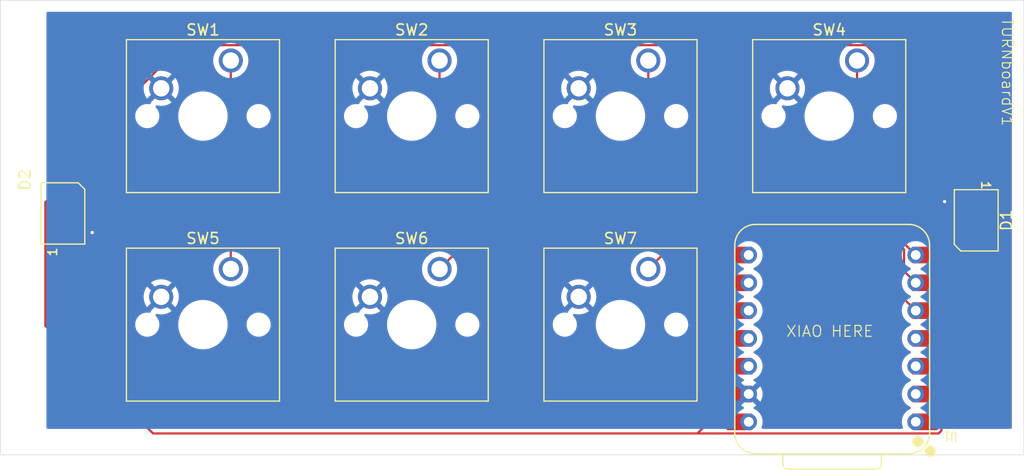
<source format=kicad_pcb>
(kicad_pcb (version 20240108) (generator "pcbnew") (generator_version "8.0")
  (layers (0 "F.Cu" signal) (31 "B.Cu" signal) (34 "B.Paste" user) (35 "F.Paste" user) (36 "B.SilkS" user "B.Silkscreen") (37 "F.SilkS" user "F.Silkscreen") (38 "B.Mask" user) (39 "F.Mask" user) (44 "Edge.Cuts" user))
  (net 0 "")
  (net 1 "Net-(D1-DIN)")
  (net 2 "Net-(D1-DOUT)")
  (net 4 "Net-(U1-GPIO1{slash}RX)")
  (net 5 "GND")
  (net 6 "Net-(U1-GPIO4{slash}MISO)")
  (net 7 "Net-(U1-GPIO2{slash}SCK)")
  (net 8 "Net-(U1-GPIO3{slash}MOSI)")
  (net 10 "+5V")
  (net 14 "Net-(U1-GPIO0{slash}TX)")
  (net 15 "Net-(U1-GPIO7{slash}SCL)")
  (net 16 "Net-(U1-GPIO6{slash}SDA)")
  (footprint "Button_Switch_Keyboard:SW_Cherry_MX_1.00u_PCB" (layer "F.Cu") (at 54.9275 130.65125)
    (property "Reference" "SW6" (at -2.54 -2.794 0) (layer "F.SilkS"))
    (property "Value" "SW_Push")
    (fp_line (start -9.525 -1.905) (end 4.445 -1.905) (stroke (width 0.12)) (layer "F.SilkS"))
    (fp_line (start -9.525 12.065) (end -9.525 -1.905) (stroke (width 0.12)) (layer "F.SilkS"))
    (fp_line (start 4.445 -1.905) (end 4.445 12.065) (stroke (width 0.12)) (layer "F.SilkS"))
    (fp_line (start 4.445 12.065) (end -9.525 12.065) (stroke (width 0.12)) (layer "F.SilkS"))
    (pad "" np_thru_hole circle (at -7.62 5.08) (size 1.7 1.7) (drill 1.7) (layers "*.Cu" "*.Mask"))
    (pad "" np_thru_hole circle (at -2.54 5.08) (size 4 4) (drill 4) (layers "*.Cu" "*.Mask"))
    (pad "" np_thru_hole circle (at 2.54 5.08) (size 1.7 1.7) (drill 1.7) (layers "*.Cu" "*.Mask"))
    (pad "1" thru_hole circle (at 0 0) (size 2.2 2.2) (drill 1.5) (layers "*.Cu" "*.Mask") (net 15 "Net-(U1-GPIO7{slash}SCL)"))
    (pad "2" thru_hole circle (at -6.35 2.54) (size 2.2 2.2) (drill 1.5) (layers "*.Cu" "*.Mask") (net 5 "GND"))
  )
  (footprint "Button_Switch_Keyboard:SW_Cherry_MX_1.00u_PCB" (layer "F.Cu") (at 93.0275 111.60125)
    (property "Reference" "SW4" (at -2.54 -2.794 360) (layer "F.SilkS"))
    (property "Value" "SW_Push")
    (fp_line (start -9.525 -1.905) (end 4.445 -1.905) (stroke (width 0.12)) (layer "F.SilkS"))
    (fp_line (start -9.525 12.065) (end -9.525 -1.905) (stroke (width 0.12)) (layer "F.SilkS"))
    (fp_line (start 4.445 -1.905) (end 4.445 12.065) (stroke (width 0.12)) (layer "F.SilkS"))
    (fp_line (start 4.445 12.065) (end -9.525 12.065) (stroke (width 0.12)) (layer "F.SilkS"))
    (pad "" np_thru_hole circle (at -7.62 5.08) (size 1.7 1.7) (drill 1.7) (layers "*.Cu" "*.Mask"))
    (pad "" np_thru_hole circle (at -2.54 5.08) (size 4 4) (drill 4) (layers "*.Cu" "*.Mask"))
    (pad "" np_thru_hole circle (at 2.54 5.08) (size 1.7 1.7) (drill 1.7) (layers "*.Cu" "*.Mask"))
    (pad "1" thru_hole circle (at 0 0) (size 2.2 2.2) (drill 1.5) (layers "*.Cu" "*.Mask") (net 4 "Net-(U1-GPIO1{slash}RX)"))
    (pad "2" thru_hole circle (at -6.35 2.54) (size 2.2 2.2) (drill 1.5) (layers "*.Cu" "*.Mask") (net 5 "GND"))
  )
  (footprint "Button_Switch_Keyboard:SW_Cherry_MX_1.00u_PCB" (layer "F.Cu") (at 54.9275 111.60125)
    (property "Reference" "SW2" (at -2.54 -2.794 0) (layer "F.SilkS"))
    (property "Value" "SW_Push")
    (fp_line (start -9.525 -1.905) (end 4.445 -1.905) (stroke (width 0.12)) (layer "F.SilkS"))
    (fp_line (start -9.525 12.065) (end -9.525 -1.905) (stroke (width 0.12)) (layer "F.SilkS"))
    (fp_line (start 4.445 -1.905) (end 4.445 12.065) (stroke (width 0.12)) (layer "F.SilkS"))
    (fp_line (start 4.445 12.065) (end -9.525 12.065) (stroke (width 0.12)) (layer "F.SilkS"))
    (pad "" np_thru_hole circle (at -7.62 5.08) (size 1.7 1.7) (drill 1.7) (layers "*.Cu" "*.Mask"))
    (pad "" np_thru_hole circle (at -2.54 5.08) (size 4 4) (drill 4) (layers "*.Cu" "*.Mask"))
    (pad "" np_thru_hole circle (at 2.54 5.08) (size 1.7 1.7) (drill 1.7) (layers "*.Cu" "*.Mask"))
    (pad "1" thru_hole circle (at 0 0) (size 2.2 2.2) (drill 1.5) (layers "*.Cu" "*.Mask") (net 6 "Net-(U1-GPIO4{slash}MISO)"))
    (pad "2" thru_hole circle (at -6.35 2.54) (size 2.2 2.2) (drill 1.5) (layers "*.Cu" "*.Mask") (net 5 "GND"))
  )
  (footprint "Button_Switch_Keyboard:SW_Cherry_MX_1.00u_PCB" (layer "F.Cu") (at 35.8775 111.60125)
    (property "Reference" "SW1" (at -2.54 -2.794 0) (layer "F.SilkS"))
    (property "Value" "SW_Push")
    (fp_line (start -9.525 -1.905) (end 4.445 -1.905) (stroke (width 0.12)) (layer "F.SilkS"))
    (fp_line (start -9.525 12.065) (end -9.525 -1.905) (stroke (width 0.12)) (layer "F.SilkS"))
    (fp_line (start 4.445 -1.905) (end 4.445 12.065) (stroke (width 0.12)) (layer "F.SilkS"))
    (fp_line (start 4.445 12.065) (end -9.525 12.065) (stroke (width 0.12)) (layer "F.SilkS"))
    (pad "" np_thru_hole circle (at -7.62 5.08) (size 1.7 1.7) (drill 1.7) (layers "*.Cu" "*.Mask"))
    (pad "" np_thru_hole circle (at -2.54 5.08) (size 4 4) (drill 4) (layers "*.Cu" "*.Mask"))
    (pad "" np_thru_hole circle (at 2.54 5.08) (size 1.7 1.7) (drill 1.7) (layers "*.Cu" "*.Mask"))
    (pad "1" thru_hole circle (at 0 0) (size 2.2 2.2) (drill 1.5) (layers "*.Cu" "*.Mask") (net 8 "Net-(U1-GPIO3{slash}MOSI)"))
    (pad "2" thru_hole circle (at -6.35 2.54) (size 2.2 2.2) (drill 1.5) (layers "*.Cu" "*.Mask") (net 5 "GND"))
  )
  (footprint "Button_Switch_Keyboard:SW_Cherry_MX_1.00u_PCB" (layer "F.Cu") (at 35.8775 130.65125)
    (property "Reference" "SW5" (at -2.54 -2.794 0) (layer "F.SilkS"))
    (property "Value" "SW_Push")
    (fp_line (start -9.525 -1.905) (end 4.445 -1.905) (stroke (width 0.12)) (layer "F.SilkS"))
    (fp_line (start -9.525 12.065) (end -9.525 -1.905) (stroke (width 0.12)) (layer "F.SilkS"))
    (fp_line (start 4.445 -1.905) (end 4.445 12.065) (stroke (width 0.12)) (layer "F.SilkS"))
    (fp_line (start 4.445 12.065) (end -9.525 12.065) (stroke (width 0.12)) (layer "F.SilkS"))
    (pad "" np_thru_hole circle (at -7.62 5.08) (size 1.7 1.7) (drill 1.7) (layers "*.Cu" "*.Mask"))
    (pad "" np_thru_hole circle (at -2.54 5.08) (size 4 4) (drill 4) (layers "*.Cu" "*.Mask"))
    (pad "" np_thru_hole circle (at 2.54 5.08) (size 1.7 1.7) (drill 1.7) (layers "*.Cu" "*.Mask"))
    (pad "1" thru_hole circle (at 0 0) (size 2.2 2.2) (drill 1.5) (layers "*.Cu" "*.Mask") (net 14 "Net-(U1-GPIO0{slash}TX)"))
    (pad "2" thru_hole circle (at -6.35 2.54) (size 2.2 2.2) (drill 1.5) (layers "*.Cu" "*.Mask") (net 5 "GND"))
  )
  (footprint "LED_SMD:LED_SK6812MINI_PLCC4_3.5x3.5mm_P1.75mm" (layer "F.Cu") (at 20.55625 125.575 90)
    (property "Reference" "D2" (at 3.075 -3.46625 90) (layer "F.SilkS"))
    (property "Value" "SK6812MINI")
    (fp_line (start -2.8 -2) (end 2.8 -2) (stroke (width 0.12)) (layer "F.SilkS"))
    (fp_line (start -2.8 -2) (end -2.8 2) (stroke (width 0.12)) (layer "F.SilkS"))
    (fp_line (start 2.8 1.4) (end 2.8 -2) (stroke (width 0.12)) (layer "F.SilkS"))
    (fp_line (start 2.8 1.4) (end 2.2 2) (stroke (width 0.12)) (layer "F.SilkS"))
    (fp_line (start -2.8 2) (end 2.2 2) (stroke (width 0.12)) (layer "F.SilkS"))
    (fp_text user "1" (at -3.525 -0.93625 90) (layer "F.SilkS") (effects (font (size 0.8 0.8))))
    (pad "1" smd rect (at -1.75 -0.875 90) (size 1.6 0.85) (layers "F.Cu" "F.Paste" "F.Mask"))
    (pad "2" smd rect (at -1.75 0.875 90) (size 1.6 0.85) (layers "F.Cu" "F.Paste" "F.Mask") (net 5 "GND"))
    (pad "3" smd rect (at 1.75 0.875 90) (size 1.6 0.85) (layers "F.Cu" "F.Paste" "F.Mask") (net 2 "Net-(D1-DOUT)"))
    (pad "4" smd rect (at 1.75 -0.875 90) (size 1.6 0.85) (layers "F.Cu" "F.Paste" "F.Mask") (net 10 "+5V"))
  )
  (footprint "Seeed Studio XIAO Series Library:XIAO-RP2040-DIP" (layer "F.Cu") (at 90.76 136.99 180)
    (property "Reference" "U1" (at -10.8 -8.93 180) (layer "F.SilkS") (effects (font (size 0.835144 0.635) (thickness 0.1016))))
    (property "Value" "XIAO-RP2040-DIP" (hide yes))
    (fp_line (start 8.89 8.509) (end 8.89 -8.636) (stroke (width 0.127)) (layer "F.SilkS"))
    (fp_line (start 6.985 -10.541) (end -6.985 -10.541) (stroke (width 0.1)) (layer "F.SilkS"))
    (fp_line (start 6.985 -10.541) (end -6.985 -10.541) (stroke (width 0.127)) (layer "F.SilkS"))
    (fp_line (start 4.504 -11.451) (end 4.504 -10.541) (stroke (width 0.127)) (layer "F.SilkS"))
    (fp_line (start -3.991272 -11.951) (end 4.004 -11.951) (stroke (width 0.127)) (layer "F.SilkS"))
    (fp_line (start -4.495 -10.541) (end -4.491272 -11.451272) (stroke (width 0.127)) (layer "F.SilkS"))
    (fp_line (start -6.985 10.414) (end 6.985 10.414) (stroke (width 0.127)) (layer "F.SilkS"))
    (fp_line (start -8.89 8.509) (end -8.89 -8.636) (stroke (width 0.127)) (layer "F.SilkS"))
    (fp_arc (start 8.89 8.509) (mid 8.332038 9.856038) (end 6.985 10.414) (stroke (width 0.127)) (layer "F.SilkS"))
    (fp_arc (start 6.985 -10.541) (mid 8.332038 -9.983038) (end 8.89 -8.636) (stroke (width 0.127)) (layer "F.SilkS"))
    (fp_arc (start 4.004 -11.951) (mid 4.357553 -11.804553) (end 4.504 -11.451) (stroke (width 0.127)) (layer "F.SilkS"))
    (fp_arc (start -4.491272 -11.451272) (mid -4.344724 -11.804644) (end -3.991272 -11.951) (stroke (width 0.127)) (layer "F.SilkS"))
    (fp_arc (start -6.985 10.414) (mid -8.332038 9.856038) (end -8.89 8.509) (stroke (width 0.127)) (layer "F.SilkS"))
    (fp_arc (start -8.89 -8.636) (mid -8.332038 -9.983038) (end -6.985 -10.541) (stroke (width 0.127)) (layer "F.SilkS"))
    (fp_circle (center -7.807 -9.42) (end -7.807 -9.674) (stroke (width 0.5)) (fill solid) (layer "F.SilkS"))
    (fp_circle (center -8.95 -10.3) (end -8.95 -10.554) (stroke (width 0.5)) (fill solid) (layer "F.SilkS"))
    (pad "1" smd roundrect (at -8.455 -7.62) (size 2.432 1.524) (layers "F.Cu" "F.Mask") (roundrect_rratio 0.1))
    (pad "1" thru_hole circle (at -7.62 -7.62) (size 1.524 1.524) (drill 0.889) (layers "*.Cu" "*.Mask"))
    (pad "2" smd roundrect (at -8.455 -5.08) (size 2.432 1.524) (layers "F.Cu" "F.Mask") (roundrect_rratio 0.1))
    (pad "2" thru_hole circle (at -7.62 -5.08) (size 1.524 1.524) (drill 0.889) (layers "*.Cu" "*.Mask"))
    (pad "3" smd roundrect (at -8.455 -2.54) (size 2.432 1.524) (layers "F.Cu" "F.Mask") (roundrect_rratio 0.1))
    (pad "3" thru_hole circle (at -7.62 -2.54) (size 1.524 1.524) (drill 0.889) (layers "*.Cu" "*.Mask"))
    (pad "4" smd roundrect (at -8.455 0) (size 2.432 1.524) (layers "F.Cu" "F.Mask") (roundrect_rratio 0.1) (net 1 "Net-(D1-DIN)"))
    (pad "4" thru_hole circle (at -7.62 0) (size 1.524 1.524) (drill 0.889) (layers "*.Cu" "*.Mask") (net 1 "Net-(D1-DIN)"))
    (pad "5" smd roundrect (at -8.455 2.54) (size 2.432 1.524) (layers "F.Cu" "F.Mask") (roundrect_rratio 0.1) (net 16 "Net-(U1-GPIO6{slash}SDA)"))
    (pad "5" thru_hole circle (at -7.62 2.54) (size 1.524 1.524) (drill 0.889) (layers "*.Cu" "*.Mask") (net 16 "Net-(U1-GPIO6{slash}SDA)"))
    (pad "6" smd roundrect (at -8.455 5.08) (size 2.432 1.524) (layers "F.Cu" "F.Mask") (roundrect_rratio 0.1) (net 15 "Net-(U1-GPIO7{slash}SCL)"))
    (pad "6" thru_hole circle (at -7.62 5.08) (size 1.524 1.524) (drill 0.889) (layers "*.Cu" "*.Mask") (net 15 "Net-(U1-GPIO7{slash}SCL)"))
    (pad "7" smd roundrect (at -8.455 7.62) (size 2.432 1.524) (layers "F.Cu" "F.Mask") (roundrect_rratio 0.1) (net 14 "Net-(U1-GPIO0{slash}TX)"))
    (pad "7" thru_hole circle (at -7.62 7.62) (size 1.524 1.524) (drill 0.889) (layers "*.Cu" "*.Mask") (net 14 "Net-(U1-GPIO0{slash}TX)"))
    (pad "8" thru_hole circle (at 7.62 7.62 180) (size 1.524 1.524) (drill 0.889) (layers "*.Cu" "*.Mask") (net 4 "Net-(U1-GPIO1{slash}RX)"))
    (pad "8" smd roundrect (at 8.455 7.62 180) (size 2.432 1.524) (layers "F.Cu" "F.Mask") (roundrect_rratio 0.1) (net 4 "Net-(U1-GPIO1{slash}RX)"))
    (pad "9" thru_hole circle (at 7.62 5.08 180) (size 1.524 1.524) (drill 0.889) (layers "*.Cu" "*.Mask") (net 7 "Net-(U1-GPIO2{slash}SCK)"))
    (pad "9" smd roundrect (at 8.455 5.08 180) (size 2.432 1.524) (layers "F.Cu" "F.Mask") (roundrect_rratio 0.1) (net 7 "Net-(U1-GPIO2{slash}SCK)"))
    (pad "10" thru_hole circle (at 7.62 2.54 180) (size 1.524 1.524) (drill 0.889) (layers "*.Cu" "*.Mask") (net 6 "Net-(U1-GPIO4{slash}MISO)"))
    (pad "10" smd roundrect (at 8.455 2.54 180) (size 2.432 1.524) (layers "F.Cu" "F.Mask") (roundrect_rratio 0.1) (net 6 "Net-(U1-GPIO4{slash}MISO)"))
    (pad "11" thru_hole circle (at 7.62 0 180) (size 1.524 1.524) (drill 0.889) (layers "*.Cu" "*.Mask") (net 8 "Net-(U1-GPIO3{slash}MOSI)"))
    (pad "11" smd roundrect (at 8.455 0 180) (size 2.432 1.524) (layers "F.Cu" "F.Mask") (roundrect_rratio 0.1) (net 8 "Net-(U1-GPIO3{slash}MOSI)"))
    (pad "12" thru_hole circle (at 7.62 -2.54 180) (size 1.524 1.524) (drill 0.889) (layers "*.Cu" "*.Mask"))
    (pad "12" smd roundrect (at 8.455 -2.54 180) (size 2.432 1.524) (layers "F.Cu" "F.Mask") (roundrect_rratio 0.1))
    (pad "13" thru_hole circle (at 7.62 -5.08 180) (size 1.524 1.524) (drill 0.889) (layers "*.Cu" "*.Mask") (net 5 "GND"))
    (pad "13" smd roundrect (at 8.455 -5.08 180) (size 2.432 1.524) (layers "F.Cu" "F.Mask") (roundrect_rratio 0.1) (net 5 "GND"))
    (pad "14" thru_hole circle (at 7.62 -7.62 180) (size 1.524 1.524) (drill 0.889) (layers "*.Cu" "*.Mask") (net 10 "+5V"))
    (pad "14" smd roundrect (at 8.455 -7.62 180) (size 2.432 1.524) (layers "F.Cu" "F.Mask") (roundrect_rratio 0.1) (net 10 "+5V"))
  )
  (footprint "LED_SMD:LED_SK6812MINI_PLCC4_3.5x3.5mm_P1.75mm" (layer "F.Cu") (at 103.9 126.20625 -90)
    (property "Reference" "D1" (at 0 -2.75 90) (layer "F.SilkS"))
    (property "Value" "SK6812MINI")
    (fp_line (start -2.8 2) (end 2.2 2) (stroke (width 0.12)) (layer "F.SilkS"))
    (fp_line (start 2.8 1.4) (end 2.2 2) (stroke (width 0.12)) (layer "F.SilkS"))
    (fp_line (start 2.8 1.4) (end 2.8 -2) (stroke (width 0.12)) (layer "F.SilkS"))
    (fp_line (start -2.8 -2) (end -2.8 2) (stroke (width 0.12)) (layer "F.SilkS"))
    (fp_line (start -2.8 -2) (end 2.8 -2) (stroke (width 0.12)) (layer "F.SilkS"))
    (fp_text user "1" (at -3.2 -0.875 -90) (layer "F.SilkS") (effects (font (size 0.8 0.8))))
    (pad "1" smd rect (at -1.75 -0.875 270) (size 1.6 0.85) (layers "F.Cu" "F.Paste" "F.Mask") (net 2 "Net-(D1-DOUT)"))
    (pad "2" smd rect (at -1.75 0.875 270) (size 1.6 0.85) (layers "F.Cu" "F.Paste" "F.Mask") (net 5 "GND"))
    (pad "3" smd rect (at 1.75 0.875 270) (size 1.6 0.85) (layers "F.Cu" "F.Paste" "F.Mask") (net 1 "Net-(D1-DIN)"))
    (pad "4" smd rect (at 1.75 -0.875 270) (size 1.6 0.85) (layers "F.Cu" "F.Paste" "F.Mask") (net 10 "+5V"))
  )
  (footprint "Button_Switch_Keyboard:SW_Cherry_MX_1.00u_PCB" (layer "F.Cu") (at 73.9775 111.60125)
    (property "Reference" "SW3" (at -2.54 -2.794 0) (layer "F.SilkS"))
    (property "Value" "SW_Push")
    (fp_line (start -9.525 -1.905) (end 4.445 -1.905) (stroke (width 0.12)) (layer "F.SilkS"))
    (fp_line (start -9.525 12.065) (end -9.525 -1.905) (stroke (width 0.12)) (layer "F.SilkS"))
    (fp_line (start 4.445 -1.905) (end 4.445 12.065) (stroke (width 0.12)) (layer "F.SilkS"))
    (fp_line (start 4.445 12.065) (end -9.525 12.065) (stroke (width 0.12)) (layer "F.SilkS"))
    (pad "" np_thru_hole circle (at -7.62 5.08) (size 1.7 1.7) (drill 1.7) (layers "*.Cu" "*.Mask"))
    (pad "" np_thru_hole circle (at -2.54 5.08) (size 4 4) (drill 4) (layers "*.Cu" "*.Mask"))
    (pad "" np_thru_hole circle (at 2.54 5.08) (size 1.7 1.7) (drill 1.7) (layers "*.Cu" "*.Mask"))
    (pad "1" thru_hole circle (at 0 0) (size 2.2 2.2) (drill 1.5) (layers "*.Cu" "*.Mask") (net 7 "Net-(U1-GPIO2{slash}SCK)"))
    (pad "2" thru_hole circle (at -6.35 2.54) (size 2.2 2.2) (drill 1.5) (layers "*.Cu" "*.Mask") (net 5 "GND"))
  )
  (footprint "Button_Switch_Keyboard:SW_Cherry_MX_1.00u_PCB" (layer "F.Cu") (at 73.9775 130.65125)
    (property "Reference" "SW7" (at -2.54 -2.794 0) (layer "F.SilkS"))
    (property "Value" "SW_Push")
    (fp_line (start -9.525 -1.905) (end 4.445 -1.905) (stroke (width 0.12)) (layer "F.SilkS"))
    (fp_line (start -9.525 12.065) (end -9.525 -1.905) (stroke (width 0.12)) (layer "F.SilkS"))
    (fp_line (start 4.445 -1.905) (end 4.445 12.065) (stroke (width 0.12)) (layer "F.SilkS"))
    (fp_line (start 4.445 12.065) (end -9.525 12.065) (stroke (width 0.12)) (layer "F.SilkS"))
    (pad "" np_thru_hole circle (at -7.62 5.08) (size 1.7 1.7) (drill 1.7) (layers "*.Cu" "*.Mask"))
    (pad "" np_thru_hole circle (at -2.54 5.08) (size 4 4) (drill 4) (layers "*.Cu" "*.Mask"))
    (pad "" np_thru_hole circle (at 2.54 5.08) (size 1.7 1.7) (drill 1.7) (layers "*.Cu" "*.Mask"))
    (pad "1" thru_hole circle (at 0 0) (size 2.2 2.2) (drill 1.5) (layers "*.Cu" "*.Mask") (net 16 "Net-(U1-GPIO6{slash}SDA)"))
    (pad "2" thru_hole circle (at -6.35 2.54) (size 2.2 2.2) (drill 1.5) (layers "*.Cu" "*.Mask") (net 5 "GND"))
  )
  (gr_rect (start 14.84125 106.1) (end 108.25 147.63) (stroke (width 0.05)) (fill none) (layer "Edge.Cuts"))
  (gr_text "XIAO HERE" (at 86.49 136.93 0) (layer "F.SilkS") (effects (font (size 1 1) (thickness 0.1)) (justify left bottom)))
  (gr_text "TURNboardV1" (at 106.16 107.65 -90) (layer "F.SilkS") (effects (font (size 1 1) (thickness 0.1)) (justify left bottom)))
  (segment (start 103.025 127.95625) (end 103.025 132.957214) (width 0.2) (layer "F.Cu") (net 1))
  (segment (start 98.992214 136.99) (end 98.38 136.99) (width 0.2) (layer "F.Cu") (net 1))
  (segment (start 103.025 132.957214) (end 98.992214 136.99) (width 0.2) (layer "F.Cu") (net 1))
  (segment (start 31.44 110.2) (end 21.44 120.2) (width 0.2) (layer "F.Cu") (net 2))
  (segment (start 104.775 121.105) (end 93.87 110.2) (width 0.2) (layer "F.Cu") (net 2))
  (segment (start 104.775 124.45625) (end 104.775 121.105) (width 0.2) (layer "F.Cu") (net 2))
  (segment (start 93.87 110.2) (end 31.44 110.2) (width 0.2) (layer "F.Cu") (net 2))
  (segment (start 21.44 123.81625) (end 21.43125 123.825) (width 0.2) (layer "F.Cu") (net 2))
  (segment (start 21.44 120.2) (end 21.44 123.81625) (width 0.2) (layer "F.Cu") (net 2))
  (segment (start 25.6125 140.215442) (end 26.297058 140.9) (width 0.2) (layer "F.Cu") (net 4))
  (segment (start 93.0275 111.60125) (end 93.0275 117.464652) (width 0.2) (layer "F.Cu") (net 4))
  (segment (start 93.0275 117.464652) (end 90.229652 120.2625) (width 0.2) (layer "F.Cu") (net 4))
  (segment (start 90.229652 120.2625) (end 26.690808 120.2625) (width 0.2) (layer "F.Cu") (net 4))
  (segment (start 26.297058 140.9) (end 76.697942 140.9) (width 0.2) (layer "F.Cu") (net 4))
  (segment (start 79.989 131.686) (end 82.305 129.37) (width 0.2) (layer "F.Cu") (net 4))
  (segment (start 26.690808 120.2625) (end 25.6125 121.340808) (width 0.2) (layer "F.Cu") (net 4))
  (segment (start 76.697942 140.9) (end 79.989 137.608942) (width 0.2) (layer "F.Cu") (net 4))
  (segment (start 79.989 137.608942) (end 79.989 131.686) (width 0.2) (layer "F.Cu") (net 4))
  (segment (start 25.6125 121.340808) (end 25.6125 140.215442) (width 0.2) (layer "F.Cu") (net 4))
  (segment (start 101.05375 124.45625) (end 103.025 124.45625) (width 0.2) (layer "F.Cu") (net 5))
  (segment (start 23.23 127.32) (end 23.225 127.325) (width 0.2) (layer "F.Cu") (net 5))
  (segment (start 23.225 127.325) (end 21.43125 127.325) (width 0.2) (layer "F.Cu") (net 5))
  (segment (start 101.02 124.49) (end 101.05375 124.45625) (width 0.2) (layer "F.Cu") (net 5))
  (via (at 101.02 124.49) (size 0.6) (drill 0.3) (layers "F.Cu" "B.Cu") (net 5))
  (via (at 23.23 127.32) (size 0.6) (drill 0.3) (layers "F.Cu" "B.Cu") (net 5))
  (segment (start 24.8125 140.546814) (end 25.965686 141.7) (width 0.2) (layer "F.Cu") (net 6))
  (segment (start 25.965686 141.7) (end 77.029314 141.7) (width 0.2) (layer "F.Cu") (net 6))
  (segment (start 54.9275 111.60125) (end 54.9275 117.464652) (width 0.2) (layer "F.Cu") (net 6))
  (segment (start 24.8125 121.009436) (end 24.8125 140.546814) (width 0.2) (layer "F.Cu") (net 6))
  (segment (start 77.029314 141.7) (end 80.789 137.940314) (width 0.2) (layer "F.Cu") (net 6))
  (segment (start 52.929652 119.4625) (end 26.359436 119.4625) (width 0.2) (layer "F.Cu") (net 6))
  (segment (start 26.359436 119.4625) (end 24.8125 121.009436) (width 0.2) (layer "F.Cu") (net 6))
  (segment (start 54.9275 117.464652) (end 52.929652 119.4625) (width 0.2) (layer "F.Cu") (net 6))
  (segment (start 80.789 135.966) (end 82.305 134.45) (width 0.2) (layer "F.Cu") (net 6))
  (segment (start 80.789 137.940314) (end 80.789 135.966) (width 0.2) (layer "F.Cu") (net 6))
  (segment (start 25.2125 140.381128) (end 26.131372 141.3) (width 0.2) (layer "F.Cu") (net 7))
  (segment (start 80.389 133.826) (end 82.305 131.91) (width 0.2) (layer "F.Cu") (net 7))
  (segment (start 76.863628 141.3) (end 80.389 137.774628) (width 0.2) (layer "F.Cu") (net 7))
  (segment (start 73.9775 117.464652) (end 71.579652 119.8625) (width 0.2) (layer "F.Cu") (net 7))
  (segment (start 71.579652 119.8625) (end 26.525122 119.8625) (width 0.2) (layer "F.Cu") (net 7))
  (segment (start 26.525122 119.8625) (end 25.2125 121.175122) (width 0.2) (layer "F.Cu") (net 7))
  (segment (start 73.9775 111.60125) (end 73.9775 117.464652) (width 0.2) (layer "F.Cu") (net 7))
  (segment (start 25.2125 121.175122) (end 25.2125 140.381128) (width 0.2) (layer "F.Cu") (net 7))
  (segment (start 80.389 137.774628) (end 80.389 133.826) (width 0.2) (layer "F.Cu") (net 7))
  (segment (start 26.131372 141.3) (end 76.863628 141.3) (width 0.2) (layer "F.Cu") (net 7))
  (segment (start 24.4125 140.7125) (end 25.8 142.1) (width 0.2) (layer "F.Cu") (net 8))
  (segment (start 34.279652 119.0625) (end 26.19375 119.0625) (width 0.2) (layer "F.Cu") (net 8))
  (segment (start 25.8 142.1) (end 77.195 142.1) (width 0.2) (layer "F.Cu") (net 8))
  (segment (start 24.4125 120.84375) (end 24.4125 140.7125) (width 0.2) (layer "F.Cu") (net 8))
  (segment (start 35.8775 117.464652) (end 34.279652 119.0625) (width 0.2) (layer "F.Cu") (net 8))
  (segment (start 35.8775 111.60125) (end 35.8775 117.464652) (width 0.2) (layer "F.Cu") (net 8))
  (segment (start 77.195 142.1) (end 82.305 136.99) (width 0.2) (layer "F.Cu") (net 8))
  (segment (start 26.19375 119.0625) (end 24.4125 120.84375) (width 0.2) (layer "F.Cu") (net 8))
  (segment (start 103.425 129.30625) (end 103.425 133.1229) (width 0.2) (layer "F.Cu") (net 10))
  (segment (start 18.95625 124.55) (end 19.68125 123.825) (width 0.2) (layer "F.Cu") (net 10))
  (segment (start 81.00875 144.61) (end 83.14 144.61) (width 0.2) (layer "F.Cu") (net 10))
  (segment (start 100.470214 145.672) (end 28.782 145.672) (width 0.2) (layer "F.Cu") (net 10))
  (segment (start 103.425 133.1229) (end 100.731 135.8169) (width 0.2) (layer "F.Cu") (net 10))
  (segment (start 100.731 145.411214) (end 100.470214 145.672) (width 0.2) (layer "F.Cu") (net 10))
  (segment (start 28.782 145.672) (end 18.95625 135.84625) (width 0.2) (layer "F.Cu") (net 10))
  (segment (start 78.46 145.672) (end 79.522 144.61) (width 0.2) (layer "F.Cu") (net 10))
  (segment (start 18.95625 135.84625) (end 18.95625 124.55) (width 0.2) (layer "F.Cu") (net 10))
  (segment (start 100.731 135.8169) (end 100.731 145.411214) (width 0.2) (layer "F.Cu") (net 10))
  (segment (start 104.775 127.95625) (end 103.425 129.30625) (width 0.2) (layer "F.Cu") (net 10))
  (segment (start 79.522 144.61) (end 82.305 144.61) (width 0.2) (layer "F.Cu") (net 10))
  (segment (start 37.37625 126.93) (end 95.94 126.93) (width 0.2) (layer "F.Cu") (net 14))
  (segment (start 35.8775 128.42875) (end 37.37625 126.93) (width 0.2) (layer "F.Cu") (net 14))
  (segment (start 95.94 126.93) (end 98.38 129.37) (width 0.2) (layer "F.Cu") (net 14))
  (segment (start 35.8775 130.65125) (end 35.8775 128.42875) (width 0.2) (layer "F.Cu") (net 14))
  (segment (start 97.318 128.873686) (end 97.318 130.848) (width 0.2) (layer "F.Cu") (net 15))
  (segment (start 58.24875 127.33) (end 95.774314 127.33) (width 0.2) (layer "F.Cu") (net 15))
  (segment (start 95.774314 127.33) (end 97.318 128.873686) (width 0.2) (layer "F.Cu") (net 15))
  (segment (start 54.9275 130.65125) (end 58.24875 127.33) (width 0.2) (layer "F.Cu") (net 15))
  (segment (start 97.318 130.848) (end 98.38 131.91) (width 0.2) (layer "F.Cu") (net 15))
  (segment (start 76.89875 127.73) (end 95.608628 127.73) (width 0.2) (layer "F.Cu") (net 16))
  (segment (start 73.9775 130.65125) (end 76.89875 127.73) (width 0.2) (layer "F.Cu") (net 16))
  (segment (start 96.918 129.039372) (end 96.918 132.988) (width 0.2) (layer "F.Cu") (net 16))
  (segment (start 95.608628 127.73) (end 96.918 129.039372) (width 0.2) (layer "F.Cu") (net 16))
  (segment (start 96.918 132.988) (end 98.38 134.45) (width 0.2) (layer "F.Cu") (net 16))
  (zone (net 5) (net_name "GND") (layer "B.Cu") (connect_pads (clearance 0.5)) (min_thickness 0.25) (fill yes (thermal_gap 0.5) (thermal_bridge_width 0.5))
    (polygon (pts (xy 19.05 107.15625) (xy 19.05 145.25625) (xy 107.15625 145.25625) (xy 107.15625 107.15625)))
  )
)
</source>
